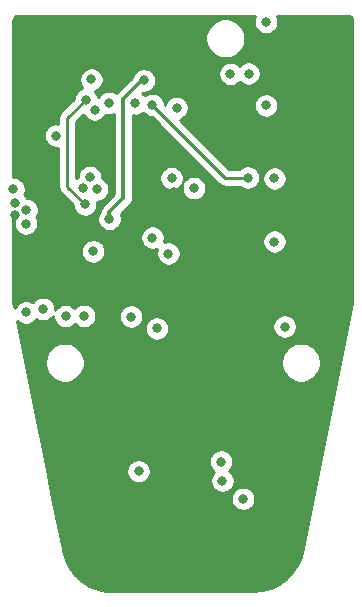
<source format=gbr>
G04 #@! TF.GenerationSoftware,KiCad,Pcbnew,(5.1.5)-3*
G04 #@! TF.CreationDate,2020-09-28T16:56:36+02:00*
G04 #@! TF.ProjectId,MAX30102_Pulse Ox,4d415833-3031-4303-925f-50756c736520,v1.4*
G04 #@! TF.SameCoordinates,Original*
G04 #@! TF.FileFunction,Copper,L2,Inr*
G04 #@! TF.FilePolarity,Positive*
%FSLAX46Y46*%
G04 Gerber Fmt 4.6, Leading zero omitted, Abs format (unit mm)*
G04 Created by KiCad (PCBNEW (5.1.5)-3) date 2020-09-28 16:56:36*
%MOMM*%
%LPD*%
G04 APERTURE LIST*
%ADD10C,0.800000*%
%ADD11C,0.254000*%
%ADD12C,0.304800*%
G04 APERTURE END LIST*
D10*
X144275000Y-76850000D03*
X136175000Y-79250000D03*
X149975000Y-91100000D03*
X144275000Y-90550000D03*
X130825000Y-92525000D03*
X158500000Y-100700000D03*
X156075000Y-112100000D03*
X134225000Y-112700000D03*
X144975000Y-109850000D03*
X146925000Y-100800000D03*
X156250000Y-78775000D03*
X152900000Y-80875000D03*
X143825493Y-87854661D03*
X155825000Y-94500000D03*
X147975000Y-121850000D03*
X151700000Y-121050000D03*
X138150000Y-121125000D03*
X152050000Y-76150000D03*
X149025000Y-80550000D03*
X148350000Y-114999990D03*
X130649799Y-90316780D03*
X136575000Y-90200000D03*
X144050000Y-89375000D03*
X140625000Y-101100000D03*
X136650000Y-101050000D03*
X135075000Y-101075000D03*
X152750000Y-89400000D03*
X153625000Y-101950000D03*
X152750000Y-94750000D03*
X143775000Y-95775000D03*
X150100000Y-116525000D03*
X145925000Y-90225000D03*
X150575000Y-80525000D03*
X144475000Y-83425000D03*
X142425000Y-83175000D03*
X150500000Y-89329410D03*
X140975000Y-83050000D03*
X137525000Y-83575000D03*
X137125000Y-89300000D03*
X137725000Y-90325000D03*
X136800000Y-82725000D03*
X136725000Y-91600000D03*
X138787500Y-92837500D03*
X141700000Y-81100000D03*
X137400000Y-95575002D03*
X148250000Y-113375000D03*
X142425000Y-94425000D03*
X138750000Y-83000000D03*
X152050000Y-83225000D03*
X131725000Y-100750000D03*
X130825000Y-91450000D03*
X134275000Y-85775000D03*
X131705443Y-93225000D03*
X133175000Y-100450000D03*
X131750000Y-92075000D03*
X137250000Y-81025000D03*
X141250000Y-114200000D03*
X142800000Y-102100000D03*
D11*
X142425000Y-83175000D02*
X148579410Y-89329410D01*
X148579410Y-89329410D02*
X150500000Y-89329410D01*
X135225000Y-90100000D02*
X136725000Y-91600000D01*
X136800000Y-82725000D02*
X135225000Y-84300000D01*
X135225000Y-84300000D02*
X135225000Y-90100000D01*
D12*
X139975000Y-82700000D02*
X141575000Y-81100000D01*
X139975000Y-91084315D02*
X139975000Y-82700000D01*
X138787500Y-92837500D02*
X138787500Y-92271815D01*
X141575000Y-81100000D02*
X141700000Y-81100000D01*
X138787500Y-92271815D02*
X139975000Y-91084315D01*
D11*
G36*
X151054774Y-75848102D02*
G01*
X151015000Y-76048061D01*
X151015000Y-76251939D01*
X151054774Y-76451898D01*
X151132795Y-76640256D01*
X151246063Y-76809774D01*
X151390226Y-76953937D01*
X151559744Y-77067205D01*
X151748102Y-77145226D01*
X151948061Y-77185000D01*
X152151939Y-77185000D01*
X152351898Y-77145226D01*
X152540256Y-77067205D01*
X152709774Y-76953937D01*
X152853937Y-76809774D01*
X152967205Y-76640256D01*
X153045226Y-76451898D01*
X153085000Y-76251939D01*
X153085000Y-76048061D01*
X153045226Y-75848102D01*
X152967311Y-75660000D01*
X158967721Y-75660000D01*
X159065424Y-75669580D01*
X159128356Y-75688580D01*
X159186405Y-75719445D01*
X159237343Y-75760989D01*
X159279248Y-75811644D01*
X159310515Y-75869471D01*
X159329956Y-75932272D01*
X159340000Y-76027835D01*
X159340001Y-99934440D01*
X155178113Y-120678588D01*
X154990627Y-121456002D01*
X154687033Y-122145680D01*
X154266108Y-122770694D01*
X153741155Y-123311291D01*
X153128766Y-123750382D01*
X152448303Y-124074088D01*
X151721265Y-124272180D01*
X150944438Y-124340706D01*
X150911011Y-124340347D01*
X150907565Y-124340007D01*
X138512990Y-124337270D01*
X137784472Y-124184369D01*
X137085701Y-123901293D01*
X136448109Y-123498954D01*
X135891837Y-122990061D01*
X135434477Y-122390704D01*
X135090481Y-121719832D01*
X134864718Y-120978935D01*
X134829116Y-120783119D01*
X134828542Y-120777352D01*
X133957684Y-116423061D01*
X149065000Y-116423061D01*
X149065000Y-116626939D01*
X149104774Y-116826898D01*
X149182795Y-117015256D01*
X149296063Y-117184774D01*
X149440226Y-117328937D01*
X149609744Y-117442205D01*
X149798102Y-117520226D01*
X149998061Y-117560000D01*
X150201939Y-117560000D01*
X150401898Y-117520226D01*
X150590256Y-117442205D01*
X150759774Y-117328937D01*
X150903937Y-117184774D01*
X151017205Y-117015256D01*
X151095226Y-116826898D01*
X151135000Y-116626939D01*
X151135000Y-116423061D01*
X151095226Y-116223102D01*
X151017205Y-116034744D01*
X150903937Y-115865226D01*
X150759774Y-115721063D01*
X150590256Y-115607795D01*
X150401898Y-115529774D01*
X150201939Y-115490000D01*
X149998061Y-115490000D01*
X149798102Y-115529774D01*
X149609744Y-115607795D01*
X149440226Y-115721063D01*
X149296063Y-115865226D01*
X149182795Y-116034744D01*
X149104774Y-116223102D01*
X149065000Y-116423061D01*
X133957684Y-116423061D01*
X133492684Y-114098061D01*
X140215000Y-114098061D01*
X140215000Y-114301939D01*
X140254774Y-114501898D01*
X140332795Y-114690256D01*
X140446063Y-114859774D01*
X140590226Y-115003937D01*
X140759744Y-115117205D01*
X140948102Y-115195226D01*
X141148061Y-115235000D01*
X141351939Y-115235000D01*
X141551898Y-115195226D01*
X141740256Y-115117205D01*
X141909774Y-115003937D01*
X142053937Y-114859774D01*
X142167205Y-114690256D01*
X142245226Y-114501898D01*
X142285000Y-114301939D01*
X142285000Y-114098061D01*
X142245226Y-113898102D01*
X142167205Y-113709744D01*
X142053937Y-113540226D01*
X141909774Y-113396063D01*
X141740256Y-113282795D01*
X141716757Y-113273061D01*
X147215000Y-113273061D01*
X147215000Y-113476939D01*
X147254774Y-113676898D01*
X147332795Y-113865256D01*
X147446063Y-114034774D01*
X147590226Y-114178937D01*
X147660432Y-114225847D01*
X147546063Y-114340216D01*
X147432795Y-114509734D01*
X147354774Y-114698092D01*
X147315000Y-114898051D01*
X147315000Y-115101929D01*
X147354774Y-115301888D01*
X147432795Y-115490246D01*
X147546063Y-115659764D01*
X147690226Y-115803927D01*
X147859744Y-115917195D01*
X148048102Y-115995216D01*
X148248061Y-116034990D01*
X148451939Y-116034990D01*
X148651898Y-115995216D01*
X148840256Y-115917195D01*
X149009774Y-115803927D01*
X149153937Y-115659764D01*
X149267205Y-115490246D01*
X149345226Y-115301888D01*
X149385000Y-115101929D01*
X149385000Y-114898051D01*
X149345226Y-114698092D01*
X149267205Y-114509734D01*
X149153937Y-114340216D01*
X149009774Y-114196053D01*
X148939568Y-114149143D01*
X149053937Y-114034774D01*
X149167205Y-113865256D01*
X149245226Y-113676898D01*
X149285000Y-113476939D01*
X149285000Y-113273061D01*
X149245226Y-113073102D01*
X149167205Y-112884744D01*
X149053937Y-112715226D01*
X148909774Y-112571063D01*
X148740256Y-112457795D01*
X148551898Y-112379774D01*
X148351939Y-112340000D01*
X148148061Y-112340000D01*
X147948102Y-112379774D01*
X147759744Y-112457795D01*
X147590226Y-112571063D01*
X147446063Y-112715226D01*
X147332795Y-112884744D01*
X147254774Y-113073102D01*
X147215000Y-113273061D01*
X141716757Y-113273061D01*
X141551898Y-113204774D01*
X141351939Y-113165000D01*
X141148061Y-113165000D01*
X140948102Y-113204774D01*
X140759744Y-113282795D01*
X140590226Y-113396063D01*
X140446063Y-113540226D01*
X140332795Y-113709744D01*
X140254774Y-113898102D01*
X140215000Y-114098061D01*
X133492684Y-114098061D01*
X131639880Y-104834042D01*
X133315000Y-104834042D01*
X133315000Y-105165958D01*
X133379754Y-105491496D01*
X133506772Y-105798147D01*
X133691175Y-106074125D01*
X133925875Y-106308825D01*
X134201853Y-106493228D01*
X134508504Y-106620246D01*
X134834042Y-106685000D01*
X135165958Y-106685000D01*
X135491496Y-106620246D01*
X135798147Y-106493228D01*
X136074125Y-106308825D01*
X136308825Y-106074125D01*
X136493228Y-105798147D01*
X136620246Y-105491496D01*
X136685000Y-105165958D01*
X136685000Y-104834042D01*
X153315000Y-104834042D01*
X153315000Y-105165958D01*
X153379754Y-105491496D01*
X153506772Y-105798147D01*
X153691175Y-106074125D01*
X153925875Y-106308825D01*
X154201853Y-106493228D01*
X154508504Y-106620246D01*
X154834042Y-106685000D01*
X155165958Y-106685000D01*
X155491496Y-106620246D01*
X155798147Y-106493228D01*
X156074125Y-106308825D01*
X156308825Y-106074125D01*
X156493228Y-105798147D01*
X156620246Y-105491496D01*
X156685000Y-105165958D01*
X156685000Y-104834042D01*
X156620246Y-104508504D01*
X156493228Y-104201853D01*
X156308825Y-103925875D01*
X156074125Y-103691175D01*
X155798147Y-103506772D01*
X155491496Y-103379754D01*
X155165958Y-103315000D01*
X154834042Y-103315000D01*
X154508504Y-103379754D01*
X154201853Y-103506772D01*
X153925875Y-103691175D01*
X153691175Y-103925875D01*
X153506772Y-104201853D01*
X153379754Y-104508504D01*
X153315000Y-104834042D01*
X136685000Y-104834042D01*
X136620246Y-104508504D01*
X136493228Y-104201853D01*
X136308825Y-103925875D01*
X136074125Y-103691175D01*
X135798147Y-103506772D01*
X135491496Y-103379754D01*
X135165958Y-103315000D01*
X134834042Y-103315000D01*
X134508504Y-103379754D01*
X134201853Y-103506772D01*
X133925875Y-103691175D01*
X133691175Y-103925875D01*
X133506772Y-104201853D01*
X133379754Y-104508504D01*
X133315000Y-104834042D01*
X131639880Y-104834042D01*
X130963516Y-101452227D01*
X131065226Y-101553937D01*
X131234744Y-101667205D01*
X131423102Y-101745226D01*
X131623061Y-101785000D01*
X131826939Y-101785000D01*
X132026898Y-101745226D01*
X132215256Y-101667205D01*
X132384774Y-101553937D01*
X132528937Y-101409774D01*
X132596692Y-101308371D01*
X132684744Y-101367205D01*
X132873102Y-101445226D01*
X133073061Y-101485000D01*
X133276939Y-101485000D01*
X133476898Y-101445226D01*
X133665256Y-101367205D01*
X133834774Y-101253937D01*
X133978937Y-101109774D01*
X134040000Y-101018387D01*
X134040000Y-101176939D01*
X134079774Y-101376898D01*
X134157795Y-101565256D01*
X134271063Y-101734774D01*
X134415226Y-101878937D01*
X134584744Y-101992205D01*
X134773102Y-102070226D01*
X134973061Y-102110000D01*
X135176939Y-102110000D01*
X135376898Y-102070226D01*
X135565256Y-101992205D01*
X135734774Y-101878937D01*
X135875000Y-101738711D01*
X135990226Y-101853937D01*
X136159744Y-101967205D01*
X136348102Y-102045226D01*
X136548061Y-102085000D01*
X136751939Y-102085000D01*
X136951898Y-102045226D01*
X137140256Y-101967205D01*
X137309774Y-101853937D01*
X137453937Y-101709774D01*
X137567205Y-101540256D01*
X137645226Y-101351898D01*
X137685000Y-101151939D01*
X137685000Y-100998061D01*
X139590000Y-100998061D01*
X139590000Y-101201939D01*
X139629774Y-101401898D01*
X139707795Y-101590256D01*
X139821063Y-101759774D01*
X139965226Y-101903937D01*
X140134744Y-102017205D01*
X140323102Y-102095226D01*
X140523061Y-102135000D01*
X140726939Y-102135000D01*
X140926898Y-102095226D01*
X141115256Y-102017205D01*
X141143907Y-101998061D01*
X141765000Y-101998061D01*
X141765000Y-102201939D01*
X141804774Y-102401898D01*
X141882795Y-102590256D01*
X141996063Y-102759774D01*
X142140226Y-102903937D01*
X142309744Y-103017205D01*
X142498102Y-103095226D01*
X142698061Y-103135000D01*
X142901939Y-103135000D01*
X143101898Y-103095226D01*
X143290256Y-103017205D01*
X143459774Y-102903937D01*
X143603937Y-102759774D01*
X143717205Y-102590256D01*
X143795226Y-102401898D01*
X143835000Y-102201939D01*
X143835000Y-101998061D01*
X143805164Y-101848061D01*
X152590000Y-101848061D01*
X152590000Y-102051939D01*
X152629774Y-102251898D01*
X152707795Y-102440256D01*
X152821063Y-102609774D01*
X152965226Y-102753937D01*
X153134744Y-102867205D01*
X153323102Y-102945226D01*
X153523061Y-102985000D01*
X153726939Y-102985000D01*
X153926898Y-102945226D01*
X154115256Y-102867205D01*
X154284774Y-102753937D01*
X154428937Y-102609774D01*
X154542205Y-102440256D01*
X154620226Y-102251898D01*
X154660000Y-102051939D01*
X154660000Y-101848061D01*
X154620226Y-101648102D01*
X154542205Y-101459744D01*
X154428937Y-101290226D01*
X154284774Y-101146063D01*
X154115256Y-101032795D01*
X153926898Y-100954774D01*
X153726939Y-100915000D01*
X153523061Y-100915000D01*
X153323102Y-100954774D01*
X153134744Y-101032795D01*
X152965226Y-101146063D01*
X152821063Y-101290226D01*
X152707795Y-101459744D01*
X152629774Y-101648102D01*
X152590000Y-101848061D01*
X143805164Y-101848061D01*
X143795226Y-101798102D01*
X143717205Y-101609744D01*
X143603937Y-101440226D01*
X143459774Y-101296063D01*
X143290256Y-101182795D01*
X143101898Y-101104774D01*
X142901939Y-101065000D01*
X142698061Y-101065000D01*
X142498102Y-101104774D01*
X142309744Y-101182795D01*
X142140226Y-101296063D01*
X141996063Y-101440226D01*
X141882795Y-101609744D01*
X141804774Y-101798102D01*
X141765000Y-101998061D01*
X141143907Y-101998061D01*
X141284774Y-101903937D01*
X141428937Y-101759774D01*
X141542205Y-101590256D01*
X141620226Y-101401898D01*
X141660000Y-101201939D01*
X141660000Y-100998061D01*
X141620226Y-100798102D01*
X141542205Y-100609744D01*
X141428937Y-100440226D01*
X141284774Y-100296063D01*
X141115256Y-100182795D01*
X140926898Y-100104774D01*
X140726939Y-100065000D01*
X140523061Y-100065000D01*
X140323102Y-100104774D01*
X140134744Y-100182795D01*
X139965226Y-100296063D01*
X139821063Y-100440226D01*
X139707795Y-100609744D01*
X139629774Y-100798102D01*
X139590000Y-100998061D01*
X137685000Y-100998061D01*
X137685000Y-100948061D01*
X137645226Y-100748102D01*
X137567205Y-100559744D01*
X137453937Y-100390226D01*
X137309774Y-100246063D01*
X137140256Y-100132795D01*
X136951898Y-100054774D01*
X136751939Y-100015000D01*
X136548061Y-100015000D01*
X136348102Y-100054774D01*
X136159744Y-100132795D01*
X135990226Y-100246063D01*
X135850000Y-100386289D01*
X135734774Y-100271063D01*
X135565256Y-100157795D01*
X135376898Y-100079774D01*
X135176939Y-100040000D01*
X134973061Y-100040000D01*
X134773102Y-100079774D01*
X134584744Y-100157795D01*
X134415226Y-100271063D01*
X134271063Y-100415226D01*
X134210000Y-100506613D01*
X134210000Y-100348061D01*
X134170226Y-100148102D01*
X134092205Y-99959744D01*
X133978937Y-99790226D01*
X133834774Y-99646063D01*
X133665256Y-99532795D01*
X133476898Y-99454774D01*
X133276939Y-99415000D01*
X133073061Y-99415000D01*
X132873102Y-99454774D01*
X132684744Y-99532795D01*
X132515226Y-99646063D01*
X132371063Y-99790226D01*
X132303308Y-99891629D01*
X132215256Y-99832795D01*
X132026898Y-99754774D01*
X131826939Y-99715000D01*
X131623061Y-99715000D01*
X131423102Y-99754774D01*
X131234744Y-99832795D01*
X131065226Y-99946063D01*
X130921063Y-100090226D01*
X130807795Y-100259744D01*
X130751972Y-100394511D01*
X130660000Y-99934649D01*
X130660000Y-95473063D01*
X136365000Y-95473063D01*
X136365000Y-95676941D01*
X136404774Y-95876900D01*
X136482795Y-96065258D01*
X136596063Y-96234776D01*
X136740226Y-96378939D01*
X136909744Y-96492207D01*
X137098102Y-96570228D01*
X137298061Y-96610002D01*
X137501939Y-96610002D01*
X137701898Y-96570228D01*
X137890256Y-96492207D01*
X138059774Y-96378939D01*
X138203937Y-96234776D01*
X138317205Y-96065258D01*
X138395226Y-95876900D01*
X138435000Y-95676941D01*
X138435000Y-95473063D01*
X138395226Y-95273104D01*
X138317205Y-95084746D01*
X138203937Y-94915228D01*
X138059774Y-94771065D01*
X137890256Y-94657797D01*
X137701898Y-94579776D01*
X137501939Y-94540002D01*
X137298061Y-94540002D01*
X137098102Y-94579776D01*
X136909744Y-94657797D01*
X136740226Y-94771065D01*
X136596063Y-94915228D01*
X136482795Y-95084746D01*
X136404774Y-95273104D01*
X136365000Y-95473063D01*
X130660000Y-95473063D01*
X130660000Y-94323061D01*
X141390000Y-94323061D01*
X141390000Y-94526939D01*
X141429774Y-94726898D01*
X141507795Y-94915256D01*
X141621063Y-95084774D01*
X141765226Y-95228937D01*
X141934744Y-95342205D01*
X142123102Y-95420226D01*
X142323061Y-95460000D01*
X142526939Y-95460000D01*
X142726898Y-95420226D01*
X142817163Y-95382837D01*
X142779774Y-95473102D01*
X142740000Y-95673061D01*
X142740000Y-95876939D01*
X142779774Y-96076898D01*
X142857795Y-96265256D01*
X142971063Y-96434774D01*
X143115226Y-96578937D01*
X143284744Y-96692205D01*
X143473102Y-96770226D01*
X143673061Y-96810000D01*
X143876939Y-96810000D01*
X144076898Y-96770226D01*
X144265256Y-96692205D01*
X144434774Y-96578937D01*
X144578937Y-96434774D01*
X144692205Y-96265256D01*
X144770226Y-96076898D01*
X144810000Y-95876939D01*
X144810000Y-95673061D01*
X144770226Y-95473102D01*
X144692205Y-95284744D01*
X144578937Y-95115226D01*
X144434774Y-94971063D01*
X144265256Y-94857795D01*
X144076898Y-94779774D01*
X143876939Y-94740000D01*
X143673061Y-94740000D01*
X143473102Y-94779774D01*
X143382837Y-94817163D01*
X143420226Y-94726898D01*
X143435907Y-94648061D01*
X151715000Y-94648061D01*
X151715000Y-94851939D01*
X151754774Y-95051898D01*
X151832795Y-95240256D01*
X151946063Y-95409774D01*
X152090226Y-95553937D01*
X152259744Y-95667205D01*
X152448102Y-95745226D01*
X152648061Y-95785000D01*
X152851939Y-95785000D01*
X153051898Y-95745226D01*
X153240256Y-95667205D01*
X153409774Y-95553937D01*
X153553937Y-95409774D01*
X153667205Y-95240256D01*
X153745226Y-95051898D01*
X153785000Y-94851939D01*
X153785000Y-94648061D01*
X153745226Y-94448102D01*
X153667205Y-94259744D01*
X153553937Y-94090226D01*
X153409774Y-93946063D01*
X153240256Y-93832795D01*
X153051898Y-93754774D01*
X152851939Y-93715000D01*
X152648061Y-93715000D01*
X152448102Y-93754774D01*
X152259744Y-93832795D01*
X152090226Y-93946063D01*
X151946063Y-94090226D01*
X151832795Y-94259744D01*
X151754774Y-94448102D01*
X151715000Y-94648061D01*
X143435907Y-94648061D01*
X143460000Y-94526939D01*
X143460000Y-94323061D01*
X143420226Y-94123102D01*
X143342205Y-93934744D01*
X143228937Y-93765226D01*
X143084774Y-93621063D01*
X142915256Y-93507795D01*
X142726898Y-93429774D01*
X142526939Y-93390000D01*
X142323061Y-93390000D01*
X142123102Y-93429774D01*
X141934744Y-93507795D01*
X141765226Y-93621063D01*
X141621063Y-93765226D01*
X141507795Y-93934744D01*
X141429774Y-94123102D01*
X141390000Y-94323061D01*
X130660000Y-94323061D01*
X130660000Y-92472456D01*
X130723061Y-92485000D01*
X130799552Y-92485000D01*
X130832795Y-92565256D01*
X130867140Y-92616658D01*
X130788238Y-92734744D01*
X130710217Y-92923102D01*
X130670443Y-93123061D01*
X130670443Y-93326939D01*
X130710217Y-93526898D01*
X130788238Y-93715256D01*
X130901506Y-93884774D01*
X131045669Y-94028937D01*
X131215187Y-94142205D01*
X131403545Y-94220226D01*
X131603504Y-94260000D01*
X131807382Y-94260000D01*
X132007341Y-94220226D01*
X132195699Y-94142205D01*
X132365217Y-94028937D01*
X132509380Y-93884774D01*
X132622648Y-93715256D01*
X132700669Y-93526898D01*
X132740443Y-93326939D01*
X132740443Y-93123061D01*
X132700669Y-92923102D01*
X132622648Y-92734744D01*
X132588303Y-92683342D01*
X132667205Y-92565256D01*
X132745226Y-92376898D01*
X132785000Y-92176939D01*
X132785000Y-91973061D01*
X132745226Y-91773102D01*
X132667205Y-91584744D01*
X132553937Y-91415226D01*
X132409774Y-91271063D01*
X132240256Y-91157795D01*
X132051898Y-91079774D01*
X131851939Y-91040000D01*
X131775448Y-91040000D01*
X131742205Y-90959744D01*
X131628937Y-90790226D01*
X131590067Y-90751356D01*
X131645025Y-90618678D01*
X131684799Y-90418719D01*
X131684799Y-90214841D01*
X131645025Y-90014882D01*
X131567004Y-89826524D01*
X131453736Y-89657006D01*
X131309573Y-89512843D01*
X131140055Y-89399575D01*
X130951697Y-89321554D01*
X130751738Y-89281780D01*
X130660000Y-89281780D01*
X130660000Y-85673061D01*
X133240000Y-85673061D01*
X133240000Y-85876939D01*
X133279774Y-86076898D01*
X133357795Y-86265256D01*
X133471063Y-86434774D01*
X133615226Y-86578937D01*
X133784744Y-86692205D01*
X133973102Y-86770226D01*
X134173061Y-86810000D01*
X134376939Y-86810000D01*
X134463000Y-86792881D01*
X134463001Y-90062567D01*
X134459314Y-90100000D01*
X134474027Y-90249378D01*
X134517599Y-90393015D01*
X134588355Y-90525392D01*
X134594431Y-90532795D01*
X134683579Y-90641422D01*
X134712649Y-90665279D01*
X135690000Y-91642631D01*
X135690000Y-91701939D01*
X135729774Y-91901898D01*
X135807795Y-92090256D01*
X135921063Y-92259774D01*
X136065226Y-92403937D01*
X136234744Y-92517205D01*
X136423102Y-92595226D01*
X136623061Y-92635000D01*
X136826939Y-92635000D01*
X137026898Y-92595226D01*
X137215256Y-92517205D01*
X137384774Y-92403937D01*
X137528937Y-92259774D01*
X137642205Y-92090256D01*
X137720226Y-91901898D01*
X137760000Y-91701939D01*
X137760000Y-91498061D01*
X137732538Y-91360000D01*
X137826939Y-91360000D01*
X138026898Y-91320226D01*
X138215256Y-91242205D01*
X138384774Y-91128937D01*
X138528937Y-90984774D01*
X138642205Y-90815256D01*
X138720226Y-90626898D01*
X138760000Y-90426939D01*
X138760000Y-90223061D01*
X138720226Y-90023102D01*
X138642205Y-89834744D01*
X138528937Y-89665226D01*
X138384774Y-89521063D01*
X138215256Y-89407795D01*
X138160000Y-89384907D01*
X138160000Y-89198061D01*
X138120226Y-88998102D01*
X138042205Y-88809744D01*
X137928937Y-88640226D01*
X137784774Y-88496063D01*
X137615256Y-88382795D01*
X137426898Y-88304774D01*
X137226939Y-88265000D01*
X137023061Y-88265000D01*
X136823102Y-88304774D01*
X136634744Y-88382795D01*
X136465226Y-88496063D01*
X136321063Y-88640226D01*
X136207795Y-88809744D01*
X136129774Y-88998102D01*
X136090000Y-89198061D01*
X136090000Y-89280618D01*
X136084744Y-89282795D01*
X135987000Y-89348105D01*
X135987000Y-84615630D01*
X136587169Y-84015461D01*
X136607795Y-84065256D01*
X136721063Y-84234774D01*
X136865226Y-84378937D01*
X137034744Y-84492205D01*
X137223102Y-84570226D01*
X137423061Y-84610000D01*
X137626939Y-84610000D01*
X137826898Y-84570226D01*
X138015256Y-84492205D01*
X138184774Y-84378937D01*
X138328937Y-84234774D01*
X138442205Y-84065256D01*
X138469453Y-83999473D01*
X138648061Y-84035000D01*
X138851939Y-84035000D01*
X139051898Y-83995226D01*
X139187601Y-83939016D01*
X139187600Y-90758163D01*
X138258073Y-91687692D01*
X138228032Y-91712346D01*
X138129635Y-91832243D01*
X138056518Y-91969032D01*
X138011494Y-92117458D01*
X138007961Y-92153328D01*
X137983563Y-92177726D01*
X137870295Y-92347244D01*
X137792274Y-92535602D01*
X137752500Y-92735561D01*
X137752500Y-92939439D01*
X137792274Y-93139398D01*
X137870295Y-93327756D01*
X137983563Y-93497274D01*
X138127726Y-93641437D01*
X138297244Y-93754705D01*
X138485602Y-93832726D01*
X138685561Y-93872500D01*
X138889439Y-93872500D01*
X139089398Y-93832726D01*
X139277756Y-93754705D01*
X139447274Y-93641437D01*
X139591437Y-93497274D01*
X139704705Y-93327756D01*
X139782726Y-93139398D01*
X139822500Y-92939439D01*
X139822500Y-92735561D01*
X139782726Y-92535602D01*
X139740121Y-92432745D01*
X140504434Y-91668433D01*
X140534469Y-91643784D01*
X140559119Y-91613748D01*
X140559122Y-91613745D01*
X140632866Y-91523887D01*
X140705982Y-91387098D01*
X140751006Y-91238672D01*
X140757316Y-91174607D01*
X140762400Y-91122988D01*
X140762400Y-91122980D01*
X140766208Y-91084315D01*
X140762400Y-91045650D01*
X140762400Y-89273061D01*
X143015000Y-89273061D01*
X143015000Y-89476939D01*
X143054774Y-89676898D01*
X143132795Y-89865256D01*
X143246063Y-90034774D01*
X143390226Y-90178937D01*
X143559744Y-90292205D01*
X143748102Y-90370226D01*
X143948061Y-90410000D01*
X144151939Y-90410000D01*
X144351898Y-90370226D01*
X144540256Y-90292205D01*
X144709774Y-90178937D01*
X144853937Y-90034774D01*
X144931764Y-89918297D01*
X144929774Y-89923102D01*
X144890000Y-90123061D01*
X144890000Y-90326939D01*
X144929774Y-90526898D01*
X145007795Y-90715256D01*
X145121063Y-90884774D01*
X145265226Y-91028937D01*
X145434744Y-91142205D01*
X145623102Y-91220226D01*
X145823061Y-91260000D01*
X146026939Y-91260000D01*
X146226898Y-91220226D01*
X146415256Y-91142205D01*
X146584774Y-91028937D01*
X146728937Y-90884774D01*
X146842205Y-90715256D01*
X146920226Y-90526898D01*
X146960000Y-90326939D01*
X146960000Y-90123061D01*
X146920226Y-89923102D01*
X146842205Y-89734744D01*
X146728937Y-89565226D01*
X146584774Y-89421063D01*
X146415256Y-89307795D01*
X146226898Y-89229774D01*
X146026939Y-89190000D01*
X145823061Y-89190000D01*
X145623102Y-89229774D01*
X145434744Y-89307795D01*
X145265226Y-89421063D01*
X145121063Y-89565226D01*
X145043236Y-89681703D01*
X145045226Y-89676898D01*
X145085000Y-89476939D01*
X145085000Y-89273061D01*
X145045226Y-89073102D01*
X144967205Y-88884744D01*
X144853937Y-88715226D01*
X144709774Y-88571063D01*
X144540256Y-88457795D01*
X144351898Y-88379774D01*
X144151939Y-88340000D01*
X143948061Y-88340000D01*
X143748102Y-88379774D01*
X143559744Y-88457795D01*
X143390226Y-88571063D01*
X143246063Y-88715226D01*
X143132795Y-88884744D01*
X143054774Y-89073102D01*
X143015000Y-89273061D01*
X140762400Y-89273061D01*
X140762400Y-84062988D01*
X140873061Y-84085000D01*
X141076939Y-84085000D01*
X141276898Y-84045226D01*
X141465256Y-83967205D01*
X141634774Y-83853937D01*
X141637500Y-83851211D01*
X141765226Y-83978937D01*
X141934744Y-84092205D01*
X142123102Y-84170226D01*
X142323061Y-84210000D01*
X142382370Y-84210000D01*
X148014131Y-89841762D01*
X148037988Y-89870832D01*
X148154018Y-89966055D01*
X148286395Y-90036812D01*
X148430032Y-90080384D01*
X148541984Y-90091410D01*
X148541986Y-90091410D01*
X148579409Y-90095096D01*
X148616832Y-90091410D01*
X149798289Y-90091410D01*
X149840226Y-90133347D01*
X150009744Y-90246615D01*
X150198102Y-90324636D01*
X150398061Y-90364410D01*
X150601939Y-90364410D01*
X150801898Y-90324636D01*
X150990256Y-90246615D01*
X151159774Y-90133347D01*
X151303937Y-89989184D01*
X151417205Y-89819666D01*
X151495226Y-89631308D01*
X151535000Y-89431349D01*
X151535000Y-89298061D01*
X151715000Y-89298061D01*
X151715000Y-89501939D01*
X151754774Y-89701898D01*
X151832795Y-89890256D01*
X151946063Y-90059774D01*
X152090226Y-90203937D01*
X152259744Y-90317205D01*
X152448102Y-90395226D01*
X152648061Y-90435000D01*
X152851939Y-90435000D01*
X153051898Y-90395226D01*
X153240256Y-90317205D01*
X153409774Y-90203937D01*
X153553937Y-90059774D01*
X153667205Y-89890256D01*
X153745226Y-89701898D01*
X153785000Y-89501939D01*
X153785000Y-89298061D01*
X153745226Y-89098102D01*
X153667205Y-88909744D01*
X153553937Y-88740226D01*
X153409774Y-88596063D01*
X153240256Y-88482795D01*
X153051898Y-88404774D01*
X152851939Y-88365000D01*
X152648061Y-88365000D01*
X152448102Y-88404774D01*
X152259744Y-88482795D01*
X152090226Y-88596063D01*
X151946063Y-88740226D01*
X151832795Y-88909744D01*
X151754774Y-89098102D01*
X151715000Y-89298061D01*
X151535000Y-89298061D01*
X151535000Y-89227471D01*
X151495226Y-89027512D01*
X151417205Y-88839154D01*
X151303937Y-88669636D01*
X151159774Y-88525473D01*
X150990256Y-88412205D01*
X150801898Y-88334184D01*
X150601939Y-88294410D01*
X150398061Y-88294410D01*
X150198102Y-88334184D01*
X150009744Y-88412205D01*
X149840226Y-88525473D01*
X149798289Y-88567410D01*
X148895041Y-88567410D01*
X144752675Y-84425044D01*
X144776898Y-84420226D01*
X144965256Y-84342205D01*
X145134774Y-84228937D01*
X145278937Y-84084774D01*
X145392205Y-83915256D01*
X145470226Y-83726898D01*
X145510000Y-83526939D01*
X145510000Y-83323061D01*
X145470226Y-83123102D01*
X145470210Y-83123061D01*
X151015000Y-83123061D01*
X151015000Y-83326939D01*
X151054774Y-83526898D01*
X151132795Y-83715256D01*
X151246063Y-83884774D01*
X151390226Y-84028937D01*
X151559744Y-84142205D01*
X151748102Y-84220226D01*
X151948061Y-84260000D01*
X152151939Y-84260000D01*
X152351898Y-84220226D01*
X152540256Y-84142205D01*
X152709774Y-84028937D01*
X152853937Y-83884774D01*
X152967205Y-83715256D01*
X153045226Y-83526898D01*
X153085000Y-83326939D01*
X153085000Y-83123061D01*
X153045226Y-82923102D01*
X152967205Y-82734744D01*
X152853937Y-82565226D01*
X152709774Y-82421063D01*
X152540256Y-82307795D01*
X152351898Y-82229774D01*
X152151939Y-82190000D01*
X151948061Y-82190000D01*
X151748102Y-82229774D01*
X151559744Y-82307795D01*
X151390226Y-82421063D01*
X151246063Y-82565226D01*
X151132795Y-82734744D01*
X151054774Y-82923102D01*
X151015000Y-83123061D01*
X145470210Y-83123061D01*
X145392205Y-82934744D01*
X145278937Y-82765226D01*
X145134774Y-82621063D01*
X144965256Y-82507795D01*
X144776898Y-82429774D01*
X144576939Y-82390000D01*
X144373061Y-82390000D01*
X144173102Y-82429774D01*
X143984744Y-82507795D01*
X143815226Y-82621063D01*
X143671063Y-82765226D01*
X143557795Y-82934744D01*
X143479774Y-83123102D01*
X143474956Y-83147326D01*
X143460000Y-83132370D01*
X143460000Y-83073061D01*
X143420226Y-82873102D01*
X143342205Y-82684744D01*
X143228937Y-82515226D01*
X143084774Y-82371063D01*
X142915256Y-82257795D01*
X142726898Y-82179774D01*
X142526939Y-82140000D01*
X142323061Y-82140000D01*
X142123102Y-82179774D01*
X141934744Y-82257795D01*
X141765226Y-82371063D01*
X141762500Y-82373789D01*
X141634774Y-82246063D01*
X141579453Y-82209099D01*
X141653551Y-82135000D01*
X141801939Y-82135000D01*
X142001898Y-82095226D01*
X142190256Y-82017205D01*
X142359774Y-81903937D01*
X142503937Y-81759774D01*
X142617205Y-81590256D01*
X142695226Y-81401898D01*
X142735000Y-81201939D01*
X142735000Y-80998061D01*
X142695226Y-80798102D01*
X142617205Y-80609744D01*
X142509173Y-80448061D01*
X147990000Y-80448061D01*
X147990000Y-80651939D01*
X148029774Y-80851898D01*
X148107795Y-81040256D01*
X148221063Y-81209774D01*
X148365226Y-81353937D01*
X148534744Y-81467205D01*
X148723102Y-81545226D01*
X148923061Y-81585000D01*
X149126939Y-81585000D01*
X149326898Y-81545226D01*
X149515256Y-81467205D01*
X149684774Y-81353937D01*
X149812500Y-81226211D01*
X149915226Y-81328937D01*
X150084744Y-81442205D01*
X150273102Y-81520226D01*
X150473061Y-81560000D01*
X150676939Y-81560000D01*
X150876898Y-81520226D01*
X151065256Y-81442205D01*
X151234774Y-81328937D01*
X151378937Y-81184774D01*
X151492205Y-81015256D01*
X151570226Y-80826898D01*
X151610000Y-80626939D01*
X151610000Y-80423061D01*
X151570226Y-80223102D01*
X151492205Y-80034744D01*
X151378937Y-79865226D01*
X151234774Y-79721063D01*
X151065256Y-79607795D01*
X150876898Y-79529774D01*
X150676939Y-79490000D01*
X150473061Y-79490000D01*
X150273102Y-79529774D01*
X150084744Y-79607795D01*
X149915226Y-79721063D01*
X149787500Y-79848789D01*
X149684774Y-79746063D01*
X149515256Y-79632795D01*
X149326898Y-79554774D01*
X149126939Y-79515000D01*
X148923061Y-79515000D01*
X148723102Y-79554774D01*
X148534744Y-79632795D01*
X148365226Y-79746063D01*
X148221063Y-79890226D01*
X148107795Y-80059744D01*
X148029774Y-80248102D01*
X147990000Y-80448061D01*
X142509173Y-80448061D01*
X142503937Y-80440226D01*
X142359774Y-80296063D01*
X142190256Y-80182795D01*
X142001898Y-80104774D01*
X141801939Y-80065000D01*
X141598061Y-80065000D01*
X141398102Y-80104774D01*
X141209744Y-80182795D01*
X141040226Y-80296063D01*
X140896063Y-80440226D01*
X140782795Y-80609744D01*
X140704774Y-80798102D01*
X140690230Y-80871218D01*
X139445573Y-82115877D01*
X139415532Y-82140531D01*
X139384059Y-82178881D01*
X139240256Y-82082795D01*
X139051898Y-82004774D01*
X138851939Y-81965000D01*
X138648061Y-81965000D01*
X138448102Y-82004774D01*
X138259744Y-82082795D01*
X138090226Y-82196063D01*
X137946063Y-82340226D01*
X137832795Y-82509744D01*
X137819057Y-82542910D01*
X137795226Y-82423102D01*
X137717205Y-82234744D01*
X137603937Y-82065226D01*
X137556875Y-82018164D01*
X137740256Y-81942205D01*
X137909774Y-81828937D01*
X138053937Y-81684774D01*
X138167205Y-81515256D01*
X138245226Y-81326898D01*
X138285000Y-81126939D01*
X138285000Y-80923061D01*
X138245226Y-80723102D01*
X138167205Y-80534744D01*
X138053937Y-80365226D01*
X137909774Y-80221063D01*
X137740256Y-80107795D01*
X137551898Y-80029774D01*
X137351939Y-79990000D01*
X137148061Y-79990000D01*
X136948102Y-80029774D01*
X136759744Y-80107795D01*
X136590226Y-80221063D01*
X136446063Y-80365226D01*
X136332795Y-80534744D01*
X136254774Y-80723102D01*
X136215000Y-80923061D01*
X136215000Y-81126939D01*
X136254774Y-81326898D01*
X136332795Y-81515256D01*
X136446063Y-81684774D01*
X136493125Y-81731836D01*
X136309744Y-81807795D01*
X136140226Y-81921063D01*
X135996063Y-82065226D01*
X135882795Y-82234744D01*
X135804774Y-82423102D01*
X135765000Y-82623061D01*
X135765000Y-82682369D01*
X134712654Y-83734716D01*
X134683578Y-83758578D01*
X134627983Y-83826322D01*
X134588355Y-83874608D01*
X134565587Y-83917205D01*
X134517598Y-84006986D01*
X134474026Y-84150623D01*
X134467171Y-84220226D01*
X134459314Y-84300000D01*
X134463000Y-84337423D01*
X134463000Y-84757118D01*
X134376939Y-84740000D01*
X134173061Y-84740000D01*
X133973102Y-84779774D01*
X133784744Y-84857795D01*
X133615226Y-84971063D01*
X133471063Y-85115226D01*
X133357795Y-85284744D01*
X133279774Y-85473102D01*
X133240000Y-85673061D01*
X130660000Y-85673061D01*
X130660000Y-77384042D01*
X146915000Y-77384042D01*
X146915000Y-77715958D01*
X146979754Y-78041496D01*
X147106772Y-78348147D01*
X147291175Y-78624125D01*
X147525875Y-78858825D01*
X147801853Y-79043228D01*
X148108504Y-79170246D01*
X148434042Y-79235000D01*
X148765958Y-79235000D01*
X149091496Y-79170246D01*
X149398147Y-79043228D01*
X149674125Y-78858825D01*
X149908825Y-78624125D01*
X150093228Y-78348147D01*
X150220246Y-78041496D01*
X150285000Y-77715958D01*
X150285000Y-77384042D01*
X150220246Y-77058504D01*
X150093228Y-76751853D01*
X149908825Y-76475875D01*
X149674125Y-76241175D01*
X149398147Y-76056772D01*
X149091496Y-75929754D01*
X148765958Y-75865000D01*
X148434042Y-75865000D01*
X148108504Y-75929754D01*
X147801853Y-76056772D01*
X147525875Y-76241175D01*
X147291175Y-76475875D01*
X147106772Y-76751853D01*
X146979754Y-77058504D01*
X146915000Y-77384042D01*
X130660000Y-77384042D01*
X130660000Y-76032279D01*
X130669580Y-75934576D01*
X130688580Y-75871644D01*
X130719445Y-75813595D01*
X130760989Y-75762657D01*
X130811644Y-75720752D01*
X130869471Y-75689485D01*
X130932272Y-75670044D01*
X131027835Y-75660000D01*
X151132689Y-75660000D01*
X151054774Y-75848102D01*
G37*
X151054774Y-75848102D02*
X151015000Y-76048061D01*
X151015000Y-76251939D01*
X151054774Y-76451898D01*
X151132795Y-76640256D01*
X151246063Y-76809774D01*
X151390226Y-76953937D01*
X151559744Y-77067205D01*
X151748102Y-77145226D01*
X151948061Y-77185000D01*
X152151939Y-77185000D01*
X152351898Y-77145226D01*
X152540256Y-77067205D01*
X152709774Y-76953937D01*
X152853937Y-76809774D01*
X152967205Y-76640256D01*
X153045226Y-76451898D01*
X153085000Y-76251939D01*
X153085000Y-76048061D01*
X153045226Y-75848102D01*
X152967311Y-75660000D01*
X158967721Y-75660000D01*
X159065424Y-75669580D01*
X159128356Y-75688580D01*
X159186405Y-75719445D01*
X159237343Y-75760989D01*
X159279248Y-75811644D01*
X159310515Y-75869471D01*
X159329956Y-75932272D01*
X159340000Y-76027835D01*
X159340001Y-99934440D01*
X155178113Y-120678588D01*
X154990627Y-121456002D01*
X154687033Y-122145680D01*
X154266108Y-122770694D01*
X153741155Y-123311291D01*
X153128766Y-123750382D01*
X152448303Y-124074088D01*
X151721265Y-124272180D01*
X150944438Y-124340706D01*
X150911011Y-124340347D01*
X150907565Y-124340007D01*
X138512990Y-124337270D01*
X137784472Y-124184369D01*
X137085701Y-123901293D01*
X136448109Y-123498954D01*
X135891837Y-122990061D01*
X135434477Y-122390704D01*
X135090481Y-121719832D01*
X134864718Y-120978935D01*
X134829116Y-120783119D01*
X134828542Y-120777352D01*
X133957684Y-116423061D01*
X149065000Y-116423061D01*
X149065000Y-116626939D01*
X149104774Y-116826898D01*
X149182795Y-117015256D01*
X149296063Y-117184774D01*
X149440226Y-117328937D01*
X149609744Y-117442205D01*
X149798102Y-117520226D01*
X149998061Y-117560000D01*
X150201939Y-117560000D01*
X150401898Y-117520226D01*
X150590256Y-117442205D01*
X150759774Y-117328937D01*
X150903937Y-117184774D01*
X151017205Y-117015256D01*
X151095226Y-116826898D01*
X151135000Y-116626939D01*
X151135000Y-116423061D01*
X151095226Y-116223102D01*
X151017205Y-116034744D01*
X150903937Y-115865226D01*
X150759774Y-115721063D01*
X150590256Y-115607795D01*
X150401898Y-115529774D01*
X150201939Y-115490000D01*
X149998061Y-115490000D01*
X149798102Y-115529774D01*
X149609744Y-115607795D01*
X149440226Y-115721063D01*
X149296063Y-115865226D01*
X149182795Y-116034744D01*
X149104774Y-116223102D01*
X149065000Y-116423061D01*
X133957684Y-116423061D01*
X133492684Y-114098061D01*
X140215000Y-114098061D01*
X140215000Y-114301939D01*
X140254774Y-114501898D01*
X140332795Y-114690256D01*
X140446063Y-114859774D01*
X140590226Y-115003937D01*
X140759744Y-115117205D01*
X140948102Y-115195226D01*
X141148061Y-115235000D01*
X141351939Y-115235000D01*
X141551898Y-115195226D01*
X141740256Y-115117205D01*
X141909774Y-115003937D01*
X142053937Y-114859774D01*
X142167205Y-114690256D01*
X142245226Y-114501898D01*
X142285000Y-114301939D01*
X142285000Y-114098061D01*
X142245226Y-113898102D01*
X142167205Y-113709744D01*
X142053937Y-113540226D01*
X141909774Y-113396063D01*
X141740256Y-113282795D01*
X141716757Y-113273061D01*
X147215000Y-113273061D01*
X147215000Y-113476939D01*
X147254774Y-113676898D01*
X147332795Y-113865256D01*
X147446063Y-114034774D01*
X147590226Y-114178937D01*
X147660432Y-114225847D01*
X147546063Y-114340216D01*
X147432795Y-114509734D01*
X147354774Y-114698092D01*
X147315000Y-114898051D01*
X147315000Y-115101929D01*
X147354774Y-115301888D01*
X147432795Y-115490246D01*
X147546063Y-115659764D01*
X147690226Y-115803927D01*
X147859744Y-115917195D01*
X148048102Y-115995216D01*
X148248061Y-116034990D01*
X148451939Y-116034990D01*
X148651898Y-115995216D01*
X148840256Y-115917195D01*
X149009774Y-115803927D01*
X149153937Y-115659764D01*
X149267205Y-115490246D01*
X149345226Y-115301888D01*
X149385000Y-115101929D01*
X149385000Y-114898051D01*
X149345226Y-114698092D01*
X149267205Y-114509734D01*
X149153937Y-114340216D01*
X149009774Y-114196053D01*
X148939568Y-114149143D01*
X149053937Y-114034774D01*
X149167205Y-113865256D01*
X149245226Y-113676898D01*
X149285000Y-113476939D01*
X149285000Y-113273061D01*
X149245226Y-113073102D01*
X149167205Y-112884744D01*
X149053937Y-112715226D01*
X148909774Y-112571063D01*
X148740256Y-112457795D01*
X148551898Y-112379774D01*
X148351939Y-112340000D01*
X148148061Y-112340000D01*
X147948102Y-112379774D01*
X147759744Y-112457795D01*
X147590226Y-112571063D01*
X147446063Y-112715226D01*
X147332795Y-112884744D01*
X147254774Y-113073102D01*
X147215000Y-113273061D01*
X141716757Y-113273061D01*
X141551898Y-113204774D01*
X141351939Y-113165000D01*
X141148061Y-113165000D01*
X140948102Y-113204774D01*
X140759744Y-113282795D01*
X140590226Y-113396063D01*
X140446063Y-113540226D01*
X140332795Y-113709744D01*
X140254774Y-113898102D01*
X140215000Y-114098061D01*
X133492684Y-114098061D01*
X131639880Y-104834042D01*
X133315000Y-104834042D01*
X133315000Y-105165958D01*
X133379754Y-105491496D01*
X133506772Y-105798147D01*
X133691175Y-106074125D01*
X133925875Y-106308825D01*
X134201853Y-106493228D01*
X134508504Y-106620246D01*
X134834042Y-106685000D01*
X135165958Y-106685000D01*
X135491496Y-106620246D01*
X135798147Y-106493228D01*
X136074125Y-106308825D01*
X136308825Y-106074125D01*
X136493228Y-105798147D01*
X136620246Y-105491496D01*
X136685000Y-105165958D01*
X136685000Y-104834042D01*
X153315000Y-104834042D01*
X153315000Y-105165958D01*
X153379754Y-105491496D01*
X153506772Y-105798147D01*
X153691175Y-106074125D01*
X153925875Y-106308825D01*
X154201853Y-106493228D01*
X154508504Y-106620246D01*
X154834042Y-106685000D01*
X155165958Y-106685000D01*
X155491496Y-106620246D01*
X155798147Y-106493228D01*
X156074125Y-106308825D01*
X156308825Y-106074125D01*
X156493228Y-105798147D01*
X156620246Y-105491496D01*
X156685000Y-105165958D01*
X156685000Y-104834042D01*
X156620246Y-104508504D01*
X156493228Y-104201853D01*
X156308825Y-103925875D01*
X156074125Y-103691175D01*
X155798147Y-103506772D01*
X155491496Y-103379754D01*
X155165958Y-103315000D01*
X154834042Y-103315000D01*
X154508504Y-103379754D01*
X154201853Y-103506772D01*
X153925875Y-103691175D01*
X153691175Y-103925875D01*
X153506772Y-104201853D01*
X153379754Y-104508504D01*
X153315000Y-104834042D01*
X136685000Y-104834042D01*
X136620246Y-104508504D01*
X136493228Y-104201853D01*
X136308825Y-103925875D01*
X136074125Y-103691175D01*
X135798147Y-103506772D01*
X135491496Y-103379754D01*
X135165958Y-103315000D01*
X134834042Y-103315000D01*
X134508504Y-103379754D01*
X134201853Y-103506772D01*
X133925875Y-103691175D01*
X133691175Y-103925875D01*
X133506772Y-104201853D01*
X133379754Y-104508504D01*
X133315000Y-104834042D01*
X131639880Y-104834042D01*
X130963516Y-101452227D01*
X131065226Y-101553937D01*
X131234744Y-101667205D01*
X131423102Y-101745226D01*
X131623061Y-101785000D01*
X131826939Y-101785000D01*
X132026898Y-101745226D01*
X132215256Y-101667205D01*
X132384774Y-101553937D01*
X132528937Y-101409774D01*
X132596692Y-101308371D01*
X132684744Y-101367205D01*
X132873102Y-101445226D01*
X133073061Y-101485000D01*
X133276939Y-101485000D01*
X133476898Y-101445226D01*
X133665256Y-101367205D01*
X133834774Y-101253937D01*
X133978937Y-101109774D01*
X134040000Y-101018387D01*
X134040000Y-101176939D01*
X134079774Y-101376898D01*
X134157795Y-101565256D01*
X134271063Y-101734774D01*
X134415226Y-101878937D01*
X134584744Y-101992205D01*
X134773102Y-102070226D01*
X134973061Y-102110000D01*
X135176939Y-102110000D01*
X135376898Y-102070226D01*
X135565256Y-101992205D01*
X135734774Y-101878937D01*
X135875000Y-101738711D01*
X135990226Y-101853937D01*
X136159744Y-101967205D01*
X136348102Y-102045226D01*
X136548061Y-102085000D01*
X136751939Y-102085000D01*
X136951898Y-102045226D01*
X137140256Y-101967205D01*
X137309774Y-101853937D01*
X137453937Y-101709774D01*
X137567205Y-101540256D01*
X137645226Y-101351898D01*
X137685000Y-101151939D01*
X137685000Y-100998061D01*
X139590000Y-100998061D01*
X139590000Y-101201939D01*
X139629774Y-101401898D01*
X139707795Y-101590256D01*
X139821063Y-101759774D01*
X139965226Y-101903937D01*
X140134744Y-102017205D01*
X140323102Y-102095226D01*
X140523061Y-102135000D01*
X140726939Y-102135000D01*
X140926898Y-102095226D01*
X141115256Y-102017205D01*
X141143907Y-101998061D01*
X141765000Y-101998061D01*
X141765000Y-102201939D01*
X141804774Y-102401898D01*
X141882795Y-102590256D01*
X141996063Y-102759774D01*
X142140226Y-102903937D01*
X142309744Y-103017205D01*
X142498102Y-103095226D01*
X142698061Y-103135000D01*
X142901939Y-103135000D01*
X143101898Y-103095226D01*
X143290256Y-103017205D01*
X143459774Y-102903937D01*
X143603937Y-102759774D01*
X143717205Y-102590256D01*
X143795226Y-102401898D01*
X143835000Y-102201939D01*
X143835000Y-101998061D01*
X143805164Y-101848061D01*
X152590000Y-101848061D01*
X152590000Y-102051939D01*
X152629774Y-102251898D01*
X152707795Y-102440256D01*
X152821063Y-102609774D01*
X152965226Y-102753937D01*
X153134744Y-102867205D01*
X153323102Y-102945226D01*
X153523061Y-102985000D01*
X153726939Y-102985000D01*
X153926898Y-102945226D01*
X154115256Y-102867205D01*
X154284774Y-102753937D01*
X154428937Y-102609774D01*
X154542205Y-102440256D01*
X154620226Y-102251898D01*
X154660000Y-102051939D01*
X154660000Y-101848061D01*
X154620226Y-101648102D01*
X154542205Y-101459744D01*
X154428937Y-101290226D01*
X154284774Y-101146063D01*
X154115256Y-101032795D01*
X153926898Y-100954774D01*
X153726939Y-100915000D01*
X153523061Y-100915000D01*
X153323102Y-100954774D01*
X153134744Y-101032795D01*
X152965226Y-101146063D01*
X152821063Y-101290226D01*
X152707795Y-101459744D01*
X152629774Y-101648102D01*
X152590000Y-101848061D01*
X143805164Y-101848061D01*
X143795226Y-101798102D01*
X143717205Y-101609744D01*
X143603937Y-101440226D01*
X143459774Y-101296063D01*
X143290256Y-101182795D01*
X143101898Y-101104774D01*
X142901939Y-101065000D01*
X142698061Y-101065000D01*
X142498102Y-101104774D01*
X142309744Y-101182795D01*
X142140226Y-101296063D01*
X141996063Y-101440226D01*
X141882795Y-101609744D01*
X141804774Y-101798102D01*
X141765000Y-101998061D01*
X141143907Y-101998061D01*
X141284774Y-101903937D01*
X141428937Y-101759774D01*
X141542205Y-101590256D01*
X141620226Y-101401898D01*
X141660000Y-101201939D01*
X141660000Y-100998061D01*
X141620226Y-100798102D01*
X141542205Y-100609744D01*
X141428937Y-100440226D01*
X141284774Y-100296063D01*
X141115256Y-100182795D01*
X140926898Y-100104774D01*
X140726939Y-100065000D01*
X140523061Y-100065000D01*
X140323102Y-100104774D01*
X140134744Y-100182795D01*
X139965226Y-100296063D01*
X139821063Y-100440226D01*
X139707795Y-100609744D01*
X139629774Y-100798102D01*
X139590000Y-100998061D01*
X137685000Y-100998061D01*
X137685000Y-100948061D01*
X137645226Y-100748102D01*
X137567205Y-100559744D01*
X137453937Y-100390226D01*
X137309774Y-100246063D01*
X137140256Y-100132795D01*
X136951898Y-100054774D01*
X136751939Y-100015000D01*
X136548061Y-100015000D01*
X136348102Y-100054774D01*
X136159744Y-100132795D01*
X135990226Y-100246063D01*
X135850000Y-100386289D01*
X135734774Y-100271063D01*
X135565256Y-100157795D01*
X135376898Y-100079774D01*
X135176939Y-100040000D01*
X134973061Y-100040000D01*
X134773102Y-100079774D01*
X134584744Y-100157795D01*
X134415226Y-100271063D01*
X134271063Y-100415226D01*
X134210000Y-100506613D01*
X134210000Y-100348061D01*
X134170226Y-100148102D01*
X134092205Y-99959744D01*
X133978937Y-99790226D01*
X133834774Y-99646063D01*
X133665256Y-99532795D01*
X133476898Y-99454774D01*
X133276939Y-99415000D01*
X133073061Y-99415000D01*
X132873102Y-99454774D01*
X132684744Y-99532795D01*
X132515226Y-99646063D01*
X132371063Y-99790226D01*
X132303308Y-99891629D01*
X132215256Y-99832795D01*
X132026898Y-99754774D01*
X131826939Y-99715000D01*
X131623061Y-99715000D01*
X131423102Y-99754774D01*
X131234744Y-99832795D01*
X131065226Y-99946063D01*
X130921063Y-100090226D01*
X130807795Y-100259744D01*
X130751972Y-100394511D01*
X130660000Y-99934649D01*
X130660000Y-95473063D01*
X136365000Y-95473063D01*
X136365000Y-95676941D01*
X136404774Y-95876900D01*
X136482795Y-96065258D01*
X136596063Y-96234776D01*
X136740226Y-96378939D01*
X136909744Y-96492207D01*
X137098102Y-96570228D01*
X137298061Y-96610002D01*
X137501939Y-96610002D01*
X137701898Y-96570228D01*
X137890256Y-96492207D01*
X138059774Y-96378939D01*
X138203937Y-96234776D01*
X138317205Y-96065258D01*
X138395226Y-95876900D01*
X138435000Y-95676941D01*
X138435000Y-95473063D01*
X138395226Y-95273104D01*
X138317205Y-95084746D01*
X138203937Y-94915228D01*
X138059774Y-94771065D01*
X137890256Y-94657797D01*
X137701898Y-94579776D01*
X137501939Y-94540002D01*
X137298061Y-94540002D01*
X137098102Y-94579776D01*
X136909744Y-94657797D01*
X136740226Y-94771065D01*
X136596063Y-94915228D01*
X136482795Y-95084746D01*
X136404774Y-95273104D01*
X136365000Y-95473063D01*
X130660000Y-95473063D01*
X130660000Y-94323061D01*
X141390000Y-94323061D01*
X141390000Y-94526939D01*
X141429774Y-94726898D01*
X141507795Y-94915256D01*
X141621063Y-95084774D01*
X141765226Y-95228937D01*
X141934744Y-95342205D01*
X142123102Y-95420226D01*
X142323061Y-95460000D01*
X142526939Y-95460000D01*
X142726898Y-95420226D01*
X142817163Y-95382837D01*
X142779774Y-95473102D01*
X142740000Y-95673061D01*
X142740000Y-95876939D01*
X142779774Y-96076898D01*
X142857795Y-96265256D01*
X142971063Y-96434774D01*
X143115226Y-96578937D01*
X143284744Y-96692205D01*
X143473102Y-96770226D01*
X143673061Y-96810000D01*
X143876939Y-96810000D01*
X144076898Y-96770226D01*
X144265256Y-96692205D01*
X144434774Y-96578937D01*
X144578937Y-96434774D01*
X144692205Y-96265256D01*
X144770226Y-96076898D01*
X144810000Y-95876939D01*
X144810000Y-95673061D01*
X144770226Y-95473102D01*
X144692205Y-95284744D01*
X144578937Y-95115226D01*
X144434774Y-94971063D01*
X144265256Y-94857795D01*
X144076898Y-94779774D01*
X143876939Y-94740000D01*
X143673061Y-94740000D01*
X143473102Y-94779774D01*
X143382837Y-94817163D01*
X143420226Y-94726898D01*
X143435907Y-94648061D01*
X151715000Y-94648061D01*
X151715000Y-94851939D01*
X151754774Y-95051898D01*
X151832795Y-95240256D01*
X151946063Y-95409774D01*
X152090226Y-95553937D01*
X152259744Y-95667205D01*
X152448102Y-95745226D01*
X152648061Y-95785000D01*
X152851939Y-95785000D01*
X153051898Y-95745226D01*
X153240256Y-95667205D01*
X153409774Y-95553937D01*
X153553937Y-95409774D01*
X153667205Y-95240256D01*
X153745226Y-95051898D01*
X153785000Y-94851939D01*
X153785000Y-94648061D01*
X153745226Y-94448102D01*
X153667205Y-94259744D01*
X153553937Y-94090226D01*
X153409774Y-93946063D01*
X153240256Y-93832795D01*
X153051898Y-93754774D01*
X152851939Y-93715000D01*
X152648061Y-93715000D01*
X152448102Y-93754774D01*
X152259744Y-93832795D01*
X152090226Y-93946063D01*
X151946063Y-94090226D01*
X151832795Y-94259744D01*
X151754774Y-94448102D01*
X151715000Y-94648061D01*
X143435907Y-94648061D01*
X143460000Y-94526939D01*
X143460000Y-94323061D01*
X143420226Y-94123102D01*
X143342205Y-93934744D01*
X143228937Y-93765226D01*
X143084774Y-93621063D01*
X142915256Y-93507795D01*
X142726898Y-93429774D01*
X142526939Y-93390000D01*
X142323061Y-93390000D01*
X142123102Y-93429774D01*
X141934744Y-93507795D01*
X141765226Y-93621063D01*
X141621063Y-93765226D01*
X141507795Y-93934744D01*
X141429774Y-94123102D01*
X141390000Y-94323061D01*
X130660000Y-94323061D01*
X130660000Y-92472456D01*
X130723061Y-92485000D01*
X130799552Y-92485000D01*
X130832795Y-92565256D01*
X130867140Y-92616658D01*
X130788238Y-92734744D01*
X130710217Y-92923102D01*
X130670443Y-93123061D01*
X130670443Y-93326939D01*
X130710217Y-93526898D01*
X130788238Y-93715256D01*
X130901506Y-93884774D01*
X131045669Y-94028937D01*
X131215187Y-94142205D01*
X131403545Y-94220226D01*
X131603504Y-94260000D01*
X131807382Y-94260000D01*
X132007341Y-94220226D01*
X132195699Y-94142205D01*
X132365217Y-94028937D01*
X132509380Y-93884774D01*
X132622648Y-93715256D01*
X132700669Y-93526898D01*
X132740443Y-93326939D01*
X132740443Y-93123061D01*
X132700669Y-92923102D01*
X132622648Y-92734744D01*
X132588303Y-92683342D01*
X132667205Y-92565256D01*
X132745226Y-92376898D01*
X132785000Y-92176939D01*
X132785000Y-91973061D01*
X132745226Y-91773102D01*
X132667205Y-91584744D01*
X132553937Y-91415226D01*
X132409774Y-91271063D01*
X132240256Y-91157795D01*
X132051898Y-91079774D01*
X131851939Y-91040000D01*
X131775448Y-91040000D01*
X131742205Y-90959744D01*
X131628937Y-90790226D01*
X131590067Y-90751356D01*
X131645025Y-90618678D01*
X131684799Y-90418719D01*
X131684799Y-90214841D01*
X131645025Y-90014882D01*
X131567004Y-89826524D01*
X131453736Y-89657006D01*
X131309573Y-89512843D01*
X131140055Y-89399575D01*
X130951697Y-89321554D01*
X130751738Y-89281780D01*
X130660000Y-89281780D01*
X130660000Y-85673061D01*
X133240000Y-85673061D01*
X133240000Y-85876939D01*
X133279774Y-86076898D01*
X133357795Y-86265256D01*
X133471063Y-86434774D01*
X133615226Y-86578937D01*
X133784744Y-86692205D01*
X133973102Y-86770226D01*
X134173061Y-86810000D01*
X134376939Y-86810000D01*
X134463000Y-86792881D01*
X134463001Y-90062567D01*
X134459314Y-90100000D01*
X134474027Y-90249378D01*
X134517599Y-90393015D01*
X134588355Y-90525392D01*
X134594431Y-90532795D01*
X134683579Y-90641422D01*
X134712649Y-90665279D01*
X135690000Y-91642631D01*
X135690000Y-91701939D01*
X135729774Y-91901898D01*
X135807795Y-92090256D01*
X135921063Y-92259774D01*
X136065226Y-92403937D01*
X136234744Y-92517205D01*
X136423102Y-92595226D01*
X136623061Y-92635000D01*
X136826939Y-92635000D01*
X137026898Y-92595226D01*
X137215256Y-92517205D01*
X137384774Y-92403937D01*
X137528937Y-92259774D01*
X137642205Y-92090256D01*
X137720226Y-91901898D01*
X137760000Y-91701939D01*
X137760000Y-91498061D01*
X137732538Y-91360000D01*
X137826939Y-91360000D01*
X138026898Y-91320226D01*
X138215256Y-91242205D01*
X138384774Y-91128937D01*
X138528937Y-90984774D01*
X138642205Y-90815256D01*
X138720226Y-90626898D01*
X138760000Y-90426939D01*
X138760000Y-90223061D01*
X138720226Y-90023102D01*
X138642205Y-89834744D01*
X138528937Y-89665226D01*
X138384774Y-89521063D01*
X138215256Y-89407795D01*
X138160000Y-89384907D01*
X138160000Y-89198061D01*
X138120226Y-88998102D01*
X138042205Y-88809744D01*
X137928937Y-88640226D01*
X137784774Y-88496063D01*
X137615256Y-88382795D01*
X137426898Y-88304774D01*
X137226939Y-88265000D01*
X137023061Y-88265000D01*
X136823102Y-88304774D01*
X136634744Y-88382795D01*
X136465226Y-88496063D01*
X136321063Y-88640226D01*
X136207795Y-88809744D01*
X136129774Y-88998102D01*
X136090000Y-89198061D01*
X136090000Y-89280618D01*
X136084744Y-89282795D01*
X135987000Y-89348105D01*
X135987000Y-84615630D01*
X136587169Y-84015461D01*
X136607795Y-84065256D01*
X136721063Y-84234774D01*
X136865226Y-84378937D01*
X137034744Y-84492205D01*
X137223102Y-84570226D01*
X137423061Y-84610000D01*
X137626939Y-84610000D01*
X137826898Y-84570226D01*
X138015256Y-84492205D01*
X138184774Y-84378937D01*
X138328937Y-84234774D01*
X138442205Y-84065256D01*
X138469453Y-83999473D01*
X138648061Y-84035000D01*
X138851939Y-84035000D01*
X139051898Y-83995226D01*
X139187601Y-83939016D01*
X139187600Y-90758163D01*
X138258073Y-91687692D01*
X138228032Y-91712346D01*
X138129635Y-91832243D01*
X138056518Y-91969032D01*
X138011494Y-92117458D01*
X138007961Y-92153328D01*
X137983563Y-92177726D01*
X137870295Y-92347244D01*
X137792274Y-92535602D01*
X137752500Y-92735561D01*
X137752500Y-92939439D01*
X137792274Y-93139398D01*
X137870295Y-93327756D01*
X137983563Y-93497274D01*
X138127726Y-93641437D01*
X138297244Y-93754705D01*
X138485602Y-93832726D01*
X138685561Y-93872500D01*
X138889439Y-93872500D01*
X139089398Y-93832726D01*
X139277756Y-93754705D01*
X139447274Y-93641437D01*
X139591437Y-93497274D01*
X139704705Y-93327756D01*
X139782726Y-93139398D01*
X139822500Y-92939439D01*
X139822500Y-92735561D01*
X139782726Y-92535602D01*
X139740121Y-92432745D01*
X140504434Y-91668433D01*
X140534469Y-91643784D01*
X140559119Y-91613748D01*
X140559122Y-91613745D01*
X140632866Y-91523887D01*
X140705982Y-91387098D01*
X140751006Y-91238672D01*
X140757316Y-91174607D01*
X140762400Y-91122988D01*
X140762400Y-91122980D01*
X140766208Y-91084315D01*
X140762400Y-91045650D01*
X140762400Y-89273061D01*
X143015000Y-89273061D01*
X143015000Y-89476939D01*
X143054774Y-89676898D01*
X143132795Y-89865256D01*
X143246063Y-90034774D01*
X143390226Y-90178937D01*
X143559744Y-90292205D01*
X143748102Y-90370226D01*
X143948061Y-90410000D01*
X144151939Y-90410000D01*
X144351898Y-90370226D01*
X144540256Y-90292205D01*
X144709774Y-90178937D01*
X144853937Y-90034774D01*
X144931764Y-89918297D01*
X144929774Y-89923102D01*
X144890000Y-90123061D01*
X144890000Y-90326939D01*
X144929774Y-90526898D01*
X145007795Y-90715256D01*
X145121063Y-90884774D01*
X145265226Y-91028937D01*
X145434744Y-91142205D01*
X145623102Y-91220226D01*
X145823061Y-91260000D01*
X146026939Y-91260000D01*
X146226898Y-91220226D01*
X146415256Y-91142205D01*
X146584774Y-91028937D01*
X146728937Y-90884774D01*
X146842205Y-90715256D01*
X146920226Y-90526898D01*
X146960000Y-90326939D01*
X146960000Y-90123061D01*
X146920226Y-89923102D01*
X146842205Y-89734744D01*
X146728937Y-89565226D01*
X146584774Y-89421063D01*
X146415256Y-89307795D01*
X146226898Y-89229774D01*
X146026939Y-89190000D01*
X145823061Y-89190000D01*
X145623102Y-89229774D01*
X145434744Y-89307795D01*
X145265226Y-89421063D01*
X145121063Y-89565226D01*
X145043236Y-89681703D01*
X145045226Y-89676898D01*
X145085000Y-89476939D01*
X145085000Y-89273061D01*
X145045226Y-89073102D01*
X144967205Y-88884744D01*
X144853937Y-88715226D01*
X144709774Y-88571063D01*
X144540256Y-88457795D01*
X144351898Y-88379774D01*
X144151939Y-88340000D01*
X143948061Y-88340000D01*
X143748102Y-88379774D01*
X143559744Y-88457795D01*
X143390226Y-88571063D01*
X143246063Y-88715226D01*
X143132795Y-88884744D01*
X143054774Y-89073102D01*
X143015000Y-89273061D01*
X140762400Y-89273061D01*
X140762400Y-84062988D01*
X140873061Y-84085000D01*
X141076939Y-84085000D01*
X141276898Y-84045226D01*
X141465256Y-83967205D01*
X141634774Y-83853937D01*
X141637500Y-83851211D01*
X141765226Y-83978937D01*
X141934744Y-84092205D01*
X142123102Y-84170226D01*
X142323061Y-84210000D01*
X142382370Y-84210000D01*
X148014131Y-89841762D01*
X148037988Y-89870832D01*
X148154018Y-89966055D01*
X148286395Y-90036812D01*
X148430032Y-90080384D01*
X148541984Y-90091410D01*
X148541986Y-90091410D01*
X148579409Y-90095096D01*
X148616832Y-90091410D01*
X149798289Y-90091410D01*
X149840226Y-90133347D01*
X150009744Y-90246615D01*
X150198102Y-90324636D01*
X150398061Y-90364410D01*
X150601939Y-90364410D01*
X150801898Y-90324636D01*
X150990256Y-90246615D01*
X151159774Y-90133347D01*
X151303937Y-89989184D01*
X151417205Y-89819666D01*
X151495226Y-89631308D01*
X151535000Y-89431349D01*
X151535000Y-89298061D01*
X151715000Y-89298061D01*
X151715000Y-89501939D01*
X151754774Y-89701898D01*
X151832795Y-89890256D01*
X151946063Y-90059774D01*
X152090226Y-90203937D01*
X152259744Y-90317205D01*
X152448102Y-90395226D01*
X152648061Y-90435000D01*
X152851939Y-90435000D01*
X153051898Y-90395226D01*
X153240256Y-90317205D01*
X153409774Y-90203937D01*
X153553937Y-90059774D01*
X153667205Y-89890256D01*
X153745226Y-89701898D01*
X153785000Y-89501939D01*
X153785000Y-89298061D01*
X153745226Y-89098102D01*
X153667205Y-88909744D01*
X153553937Y-88740226D01*
X153409774Y-88596063D01*
X153240256Y-88482795D01*
X153051898Y-88404774D01*
X152851939Y-88365000D01*
X152648061Y-88365000D01*
X152448102Y-88404774D01*
X152259744Y-88482795D01*
X152090226Y-88596063D01*
X151946063Y-88740226D01*
X151832795Y-88909744D01*
X151754774Y-89098102D01*
X151715000Y-89298061D01*
X151535000Y-89298061D01*
X151535000Y-89227471D01*
X151495226Y-89027512D01*
X151417205Y-88839154D01*
X151303937Y-88669636D01*
X151159774Y-88525473D01*
X150990256Y-88412205D01*
X150801898Y-88334184D01*
X150601939Y-88294410D01*
X150398061Y-88294410D01*
X150198102Y-88334184D01*
X150009744Y-88412205D01*
X149840226Y-88525473D01*
X149798289Y-88567410D01*
X148895041Y-88567410D01*
X144752675Y-84425044D01*
X144776898Y-84420226D01*
X144965256Y-84342205D01*
X145134774Y-84228937D01*
X145278937Y-84084774D01*
X145392205Y-83915256D01*
X145470226Y-83726898D01*
X145510000Y-83526939D01*
X145510000Y-83323061D01*
X145470226Y-83123102D01*
X145470210Y-83123061D01*
X151015000Y-83123061D01*
X151015000Y-83326939D01*
X151054774Y-83526898D01*
X151132795Y-83715256D01*
X151246063Y-83884774D01*
X151390226Y-84028937D01*
X151559744Y-84142205D01*
X151748102Y-84220226D01*
X151948061Y-84260000D01*
X152151939Y-84260000D01*
X152351898Y-84220226D01*
X152540256Y-84142205D01*
X152709774Y-84028937D01*
X152853937Y-83884774D01*
X152967205Y-83715256D01*
X153045226Y-83526898D01*
X153085000Y-83326939D01*
X153085000Y-83123061D01*
X153045226Y-82923102D01*
X152967205Y-82734744D01*
X152853937Y-82565226D01*
X152709774Y-82421063D01*
X152540256Y-82307795D01*
X152351898Y-82229774D01*
X152151939Y-82190000D01*
X151948061Y-82190000D01*
X151748102Y-82229774D01*
X151559744Y-82307795D01*
X151390226Y-82421063D01*
X151246063Y-82565226D01*
X151132795Y-82734744D01*
X151054774Y-82923102D01*
X151015000Y-83123061D01*
X145470210Y-83123061D01*
X145392205Y-82934744D01*
X145278937Y-82765226D01*
X145134774Y-82621063D01*
X144965256Y-82507795D01*
X144776898Y-82429774D01*
X144576939Y-82390000D01*
X144373061Y-82390000D01*
X144173102Y-82429774D01*
X143984744Y-82507795D01*
X143815226Y-82621063D01*
X143671063Y-82765226D01*
X143557795Y-82934744D01*
X143479774Y-83123102D01*
X143474956Y-83147326D01*
X143460000Y-83132370D01*
X143460000Y-83073061D01*
X143420226Y-82873102D01*
X143342205Y-82684744D01*
X143228937Y-82515226D01*
X143084774Y-82371063D01*
X142915256Y-82257795D01*
X142726898Y-82179774D01*
X142526939Y-82140000D01*
X142323061Y-82140000D01*
X142123102Y-82179774D01*
X141934744Y-82257795D01*
X141765226Y-82371063D01*
X141762500Y-82373789D01*
X141634774Y-82246063D01*
X141579453Y-82209099D01*
X141653551Y-82135000D01*
X141801939Y-82135000D01*
X142001898Y-82095226D01*
X142190256Y-82017205D01*
X142359774Y-81903937D01*
X142503937Y-81759774D01*
X142617205Y-81590256D01*
X142695226Y-81401898D01*
X142735000Y-81201939D01*
X142735000Y-80998061D01*
X142695226Y-80798102D01*
X142617205Y-80609744D01*
X142509173Y-80448061D01*
X147990000Y-80448061D01*
X147990000Y-80651939D01*
X148029774Y-80851898D01*
X148107795Y-81040256D01*
X148221063Y-81209774D01*
X148365226Y-81353937D01*
X148534744Y-81467205D01*
X148723102Y-81545226D01*
X148923061Y-81585000D01*
X149126939Y-81585000D01*
X149326898Y-81545226D01*
X149515256Y-81467205D01*
X149684774Y-81353937D01*
X149812500Y-81226211D01*
X149915226Y-81328937D01*
X150084744Y-81442205D01*
X150273102Y-81520226D01*
X150473061Y-81560000D01*
X150676939Y-81560000D01*
X150876898Y-81520226D01*
X151065256Y-81442205D01*
X151234774Y-81328937D01*
X151378937Y-81184774D01*
X151492205Y-81015256D01*
X151570226Y-80826898D01*
X151610000Y-80626939D01*
X151610000Y-80423061D01*
X151570226Y-80223102D01*
X151492205Y-80034744D01*
X151378937Y-79865226D01*
X151234774Y-79721063D01*
X151065256Y-79607795D01*
X150876898Y-79529774D01*
X150676939Y-79490000D01*
X150473061Y-79490000D01*
X150273102Y-79529774D01*
X150084744Y-79607795D01*
X149915226Y-79721063D01*
X149787500Y-79848789D01*
X149684774Y-79746063D01*
X149515256Y-79632795D01*
X149326898Y-79554774D01*
X149126939Y-79515000D01*
X148923061Y-79515000D01*
X148723102Y-79554774D01*
X148534744Y-79632795D01*
X148365226Y-79746063D01*
X148221063Y-79890226D01*
X148107795Y-80059744D01*
X148029774Y-80248102D01*
X147990000Y-80448061D01*
X142509173Y-80448061D01*
X142503937Y-80440226D01*
X142359774Y-80296063D01*
X142190256Y-80182795D01*
X142001898Y-80104774D01*
X141801939Y-80065000D01*
X141598061Y-80065000D01*
X141398102Y-80104774D01*
X141209744Y-80182795D01*
X141040226Y-80296063D01*
X140896063Y-80440226D01*
X140782795Y-80609744D01*
X140704774Y-80798102D01*
X140690230Y-80871218D01*
X139445573Y-82115877D01*
X139415532Y-82140531D01*
X139384059Y-82178881D01*
X139240256Y-82082795D01*
X139051898Y-82004774D01*
X138851939Y-81965000D01*
X138648061Y-81965000D01*
X138448102Y-82004774D01*
X138259744Y-82082795D01*
X138090226Y-82196063D01*
X137946063Y-82340226D01*
X137832795Y-82509744D01*
X137819057Y-82542910D01*
X137795226Y-82423102D01*
X137717205Y-82234744D01*
X137603937Y-82065226D01*
X137556875Y-82018164D01*
X137740256Y-81942205D01*
X137909774Y-81828937D01*
X138053937Y-81684774D01*
X138167205Y-81515256D01*
X138245226Y-81326898D01*
X138285000Y-81126939D01*
X138285000Y-80923061D01*
X138245226Y-80723102D01*
X138167205Y-80534744D01*
X138053937Y-80365226D01*
X137909774Y-80221063D01*
X137740256Y-80107795D01*
X137551898Y-80029774D01*
X137351939Y-79990000D01*
X137148061Y-79990000D01*
X136948102Y-80029774D01*
X136759744Y-80107795D01*
X136590226Y-80221063D01*
X136446063Y-80365226D01*
X136332795Y-80534744D01*
X136254774Y-80723102D01*
X136215000Y-80923061D01*
X136215000Y-81126939D01*
X136254774Y-81326898D01*
X136332795Y-81515256D01*
X136446063Y-81684774D01*
X136493125Y-81731836D01*
X136309744Y-81807795D01*
X136140226Y-81921063D01*
X135996063Y-82065226D01*
X135882795Y-82234744D01*
X135804774Y-82423102D01*
X135765000Y-82623061D01*
X135765000Y-82682369D01*
X134712654Y-83734716D01*
X134683578Y-83758578D01*
X134627983Y-83826322D01*
X134588355Y-83874608D01*
X134565587Y-83917205D01*
X134517598Y-84006986D01*
X134474026Y-84150623D01*
X134467171Y-84220226D01*
X134459314Y-84300000D01*
X134463000Y-84337423D01*
X134463000Y-84757118D01*
X134376939Y-84740000D01*
X134173061Y-84740000D01*
X133973102Y-84779774D01*
X133784744Y-84857795D01*
X133615226Y-84971063D01*
X133471063Y-85115226D01*
X133357795Y-85284744D01*
X133279774Y-85473102D01*
X133240000Y-85673061D01*
X130660000Y-85673061D01*
X130660000Y-77384042D01*
X146915000Y-77384042D01*
X146915000Y-77715958D01*
X146979754Y-78041496D01*
X147106772Y-78348147D01*
X147291175Y-78624125D01*
X147525875Y-78858825D01*
X147801853Y-79043228D01*
X148108504Y-79170246D01*
X148434042Y-79235000D01*
X148765958Y-79235000D01*
X149091496Y-79170246D01*
X149398147Y-79043228D01*
X149674125Y-78858825D01*
X149908825Y-78624125D01*
X150093228Y-78348147D01*
X150220246Y-78041496D01*
X150285000Y-77715958D01*
X150285000Y-77384042D01*
X150220246Y-77058504D01*
X150093228Y-76751853D01*
X149908825Y-76475875D01*
X149674125Y-76241175D01*
X149398147Y-76056772D01*
X149091496Y-75929754D01*
X148765958Y-75865000D01*
X148434042Y-75865000D01*
X148108504Y-75929754D01*
X147801853Y-76056772D01*
X147525875Y-76241175D01*
X147291175Y-76475875D01*
X147106772Y-76751853D01*
X146979754Y-77058504D01*
X146915000Y-77384042D01*
X130660000Y-77384042D01*
X130660000Y-76032279D01*
X130669580Y-75934576D01*
X130688580Y-75871644D01*
X130719445Y-75813595D01*
X130760989Y-75762657D01*
X130811644Y-75720752D01*
X130869471Y-75689485D01*
X130932272Y-75670044D01*
X131027835Y-75660000D01*
X151132689Y-75660000D01*
X151054774Y-75848102D01*
M02*

</source>
